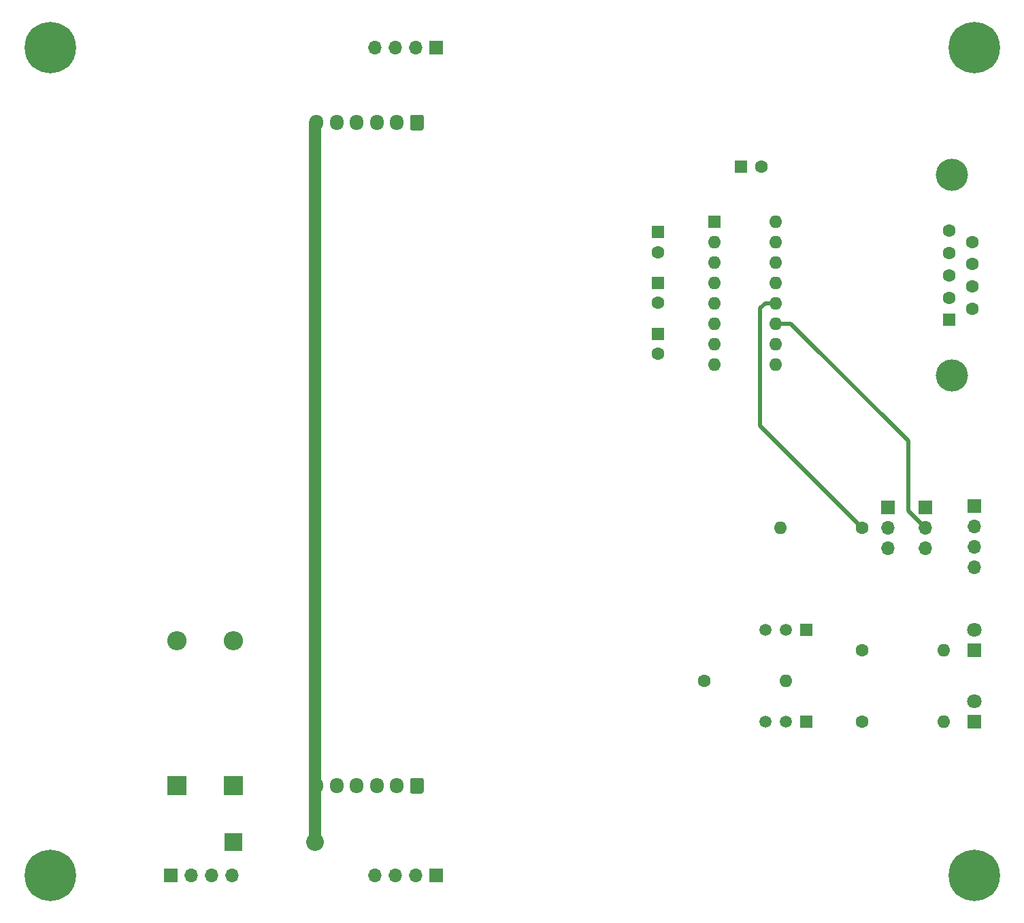
<source format=gbr>
%TF.GenerationSoftware,KiCad,Pcbnew,(5.1.10-1-10_14)*%
%TF.CreationDate,2022-02-21T21:09:16+11:00*%
%TF.ProjectId,FSK,46534b2e-6b69-4636-9164-5f7063625858,rev?*%
%TF.SameCoordinates,Original*%
%TF.FileFunction,Copper,L1,Top*%
%TF.FilePolarity,Positive*%
%FSLAX46Y46*%
G04 Gerber Fmt 4.6, Leading zero omitted, Abs format (unit mm)*
G04 Created by KiCad (PCBNEW (5.1.10-1-10_14)) date 2022-02-21 21:09:16*
%MOMM*%
%LPD*%
G01*
G04 APERTURE LIST*
%TA.AperFunction,ComponentPad*%
%ADD10O,1.700000X1.950000*%
%TD*%
%TA.AperFunction,ComponentPad*%
%ADD11O,1.700000X1.700000*%
%TD*%
%TA.AperFunction,ComponentPad*%
%ADD12R,1.700000X1.700000*%
%TD*%
%TA.AperFunction,ComponentPad*%
%ADD13O,1.600000X1.600000*%
%TD*%
%TA.AperFunction,ComponentPad*%
%ADD14C,1.600000*%
%TD*%
%TA.AperFunction,ComponentPad*%
%ADD15R,1.500000X1.500000*%
%TD*%
%TA.AperFunction,ComponentPad*%
%ADD16C,1.500000*%
%TD*%
%TA.AperFunction,ComponentPad*%
%ADD17C,1.800000*%
%TD*%
%TA.AperFunction,ComponentPad*%
%ADD18R,1.800000X1.800000*%
%TD*%
%TA.AperFunction,ComponentPad*%
%ADD19R,1.600000X1.600000*%
%TD*%
%TA.AperFunction,ComponentPad*%
%ADD20C,4.000000*%
%TD*%
%TA.AperFunction,ComponentPad*%
%ADD21O,2.200000X2.200000*%
%TD*%
%TA.AperFunction,ComponentPad*%
%ADD22R,2.200000X2.200000*%
%TD*%
%TA.AperFunction,ComponentPad*%
%ADD23O,2.400000X2.400000*%
%TD*%
%TA.AperFunction,ComponentPad*%
%ADD24R,2.400000X2.400000*%
%TD*%
%TA.AperFunction,ComponentPad*%
%ADD25C,0.800000*%
%TD*%
%TA.AperFunction,ComponentPad*%
%ADD26C,6.400000*%
%TD*%
%TA.AperFunction,Conductor*%
%ADD27C,0.500000*%
%TD*%
%TA.AperFunction,Conductor*%
%ADD28C,1.500000*%
%TD*%
G04 APERTURE END LIST*
D10*
%TO.P,J11,6*%
%TO.N,Net-(D2-Pad2)*%
X68145000Y-34290000D03*
%TO.P,J11,5*%
%TO.N,rst*%
X70645000Y-34290000D03*
%TO.P,J11,4*%
%TO.N,flag*%
X73145000Y-34290000D03*
%TO.P,J11,3*%
%TO.N,GND*%
X75645000Y-34290000D03*
%TO.P,J11,2*%
%TO.N,data*%
X78145000Y-34290000D03*
%TO.P,J11,1*%
%TO.N,clock*%
%TA.AperFunction,ComponentPad*%
G36*
G01*
X81495000Y-33565000D02*
X81495000Y-35015000D01*
G75*
G02*
X81245000Y-35265000I-250000J0D01*
G01*
X80045000Y-35265000D01*
G75*
G02*
X79795000Y-35015000I0J250000D01*
G01*
X79795000Y-33565000D01*
G75*
G02*
X80045000Y-33315000I250000J0D01*
G01*
X81245000Y-33315000D01*
G75*
G02*
X81495000Y-33565000I0J-250000D01*
G01*
G37*
%TD.AperFunction*%
%TD*%
%TO.P,J10,6*%
%TO.N,Net-(D2-Pad2)*%
X68145000Y-116840000D03*
%TO.P,J10,5*%
%TO.N,I_rst*%
X70645000Y-116840000D03*
%TO.P,J10,4*%
%TO.N,I_flag*%
X73145000Y-116840000D03*
%TO.P,J10,3*%
%TO.N,GND*%
X75645000Y-116840000D03*
%TO.P,J10,2*%
%TO.N,I_data*%
X78145000Y-116840000D03*
%TO.P,J10,1*%
%TO.N,I_clock*%
%TA.AperFunction,ComponentPad*%
G36*
G01*
X81495000Y-116115000D02*
X81495000Y-117565000D01*
G75*
G02*
X81245000Y-117815000I-250000J0D01*
G01*
X80045000Y-117815000D01*
G75*
G02*
X79795000Y-117565000I0J250000D01*
G01*
X79795000Y-116115000D01*
G75*
G02*
X80045000Y-115865000I250000J0D01*
G01*
X81245000Y-115865000D01*
G75*
G02*
X81495000Y-116115000I0J-250000D01*
G01*
G37*
%TD.AperFunction*%
%TD*%
D11*
%TO.P,J3,3*%
%TO.N,/RX_OUT*%
X143870000Y-87280000D03*
%TO.P,J3,2*%
%TO.N,TX*%
X143870000Y-84740000D03*
D12*
%TO.P,J3,1*%
%TO.N,/TX_IN*%
X143870000Y-82200000D03*
%TD*%
D11*
%TO.P,J2,3*%
%TO.N,/RX_OUT*%
X139220000Y-87280000D03*
%TO.P,J2,2*%
%TO.N,RX*%
X139220000Y-84740000D03*
D12*
%TO.P,J2,1*%
%TO.N,/TX_IN*%
X139220000Y-82200000D03*
%TD*%
D13*
%TO.P,R10,2*%
%TO.N,Net-(D1-Pad1)*%
X146205000Y-108870000D03*
D14*
%TO.P,R10,1*%
%TO.N,Net-(Q1-Pad1)*%
X136045000Y-108870000D03*
%TD*%
D13*
%TO.P,R3,2*%
%TO.N,Net-(Q2-Pad2)*%
X125885000Y-84740000D03*
D14*
%TO.P,R3,1*%
%TO.N,RX*%
X136045000Y-84740000D03*
%TD*%
D13*
%TO.P,R2,2*%
%TO.N,Net-(Q1-Pad2)*%
X126520000Y-103790000D03*
D14*
%TO.P,R2,1*%
%TO.N,TX*%
X116360000Y-103790000D03*
%TD*%
D13*
%TO.P,R1,2*%
%TO.N,Net-(D3-Pad1)*%
X146205000Y-99980000D03*
D14*
%TO.P,R1,1*%
%TO.N,Net-(Q2-Pad1)*%
X136045000Y-99980000D03*
%TD*%
D15*
%TO.P,Q2,1*%
%TO.N,Net-(Q2-Pad1)*%
X129060000Y-97440000D03*
D16*
%TO.P,Q2,3*%
%TO.N,GND*%
X123980000Y-97440000D03*
%TO.P,Q2,2*%
%TO.N,Net-(Q2-Pad2)*%
X126520000Y-97440000D03*
%TD*%
D15*
%TO.P,Q1,1*%
%TO.N,Net-(Q1-Pad1)*%
X129060000Y-108870000D03*
D16*
%TO.P,Q1,3*%
%TO.N,GND*%
X123980000Y-108870000D03*
%TO.P,Q1,2*%
%TO.N,Net-(Q1-Pad2)*%
X126520000Y-108870000D03*
%TD*%
D17*
%TO.P,D3,2*%
%TO.N,+5V*%
X150015000Y-97440000D03*
D18*
%TO.P,D3,1*%
%TO.N,Net-(D3-Pad1)*%
X150015000Y-99980000D03*
%TD*%
D17*
%TO.P,D1,2*%
%TO.N,+5V*%
X150015000Y-106330000D03*
D18*
%TO.P,D1,1*%
%TO.N,Net-(D1-Pad1)*%
X150015000Y-108870000D03*
%TD*%
D11*
%TO.P,J5,4*%
%TO.N,/RX_OUT*%
X150015000Y-89620000D03*
%TO.P,J5,3*%
%TO.N,GND*%
X150015000Y-87080000D03*
%TO.P,J5,2*%
X150015000Y-84540000D03*
D12*
%TO.P,J5,1*%
%TO.N,/TX_IN*%
X150015000Y-82000000D03*
%TD*%
D13*
%TO.P,U1,16*%
%TO.N,+5V*%
X125250000Y-46640000D03*
%TO.P,U1,8*%
%TO.N,RTS*%
X117630000Y-64420000D03*
%TO.P,U1,15*%
%TO.N,GND*%
X125250000Y-49180000D03*
%TO.P,U1,7*%
%TO.N,CTS*%
X117630000Y-61880000D03*
%TO.P,U1,14*%
%TO.N,TX_D*%
X125250000Y-51720000D03*
%TO.P,U1,6*%
%TO.N,Net-(C3-Pad1)*%
X117630000Y-59340000D03*
%TO.P,U1,13*%
%TO.N,RX_D*%
X125250000Y-54260000D03*
%TO.P,U1,5*%
%TO.N,Net-(C4-Pad2)*%
X117630000Y-56800000D03*
%TO.P,U1,12*%
%TO.N,RX*%
X125250000Y-56800000D03*
%TO.P,U1,4*%
%TO.N,Net-(C4-Pad1)*%
X117630000Y-54260000D03*
%TO.P,U1,11*%
%TO.N,TX*%
X125250000Y-59340000D03*
%TO.P,U1,3*%
%TO.N,Net-(C1-Pad2)*%
X117630000Y-51720000D03*
%TO.P,U1,10*%
%TO.N,Net-(U1-Pad10)*%
X125250000Y-61880000D03*
%TO.P,U1,2*%
%TO.N,Net-(C2-Pad1)*%
X117630000Y-49180000D03*
%TO.P,U1,9*%
%TO.N,Net-(U1-Pad9)*%
X125250000Y-64420000D03*
D19*
%TO.P,U1,1*%
%TO.N,Net-(C1-Pad1)*%
X117630000Y-46640000D03*
%TD*%
D20*
%TO.P,J1,0*%
%TO.N,N/C*%
X147180000Y-40815000D03*
X147180000Y-65815000D03*
D14*
%TO.P,J1,9*%
%TO.N,Net-(J1-Pad9)*%
X149720000Y-49160000D03*
%TO.P,J1,8*%
%TO.N,CTS*%
X149720000Y-51930000D03*
%TO.P,J1,7*%
%TO.N,RTS*%
X149720000Y-54700000D03*
%TO.P,J1,6*%
%TO.N,Net-(J1-Pad6)*%
X149720000Y-57470000D03*
%TO.P,J1,5*%
%TO.N,GND*%
X146880000Y-47775000D03*
%TO.P,J1,4*%
%TO.N,Net-(J1-Pad4)*%
X146880000Y-50545000D03*
%TO.P,J1,3*%
%TO.N,TX_D*%
X146880000Y-53315000D03*
%TO.P,J1,2*%
%TO.N,RX_D*%
X146880000Y-56085000D03*
D19*
%TO.P,J1,1*%
%TO.N,Net-(J1-Pad1)*%
X146880000Y-58855000D03*
%TD*%
D14*
%TO.P,C4,2*%
%TO.N,Net-(C4-Pad2)*%
X110645000Y-56760000D03*
D19*
%TO.P,C4,1*%
%TO.N,Net-(C4-Pad1)*%
X110645000Y-54260000D03*
%TD*%
D14*
%TO.P,C3,2*%
%TO.N,GND*%
X110645000Y-63110000D03*
D19*
%TO.P,C3,1*%
%TO.N,Net-(C3-Pad1)*%
X110645000Y-60610000D03*
%TD*%
D14*
%TO.P,C2,2*%
%TO.N,+5V*%
X123480000Y-39755000D03*
D19*
%TO.P,C2,1*%
%TO.N,Net-(C2-Pad1)*%
X120980000Y-39755000D03*
%TD*%
D14*
%TO.P,C1,2*%
%TO.N,Net-(C1-Pad2)*%
X110645000Y-50450000D03*
D19*
%TO.P,C1,1*%
%TO.N,Net-(C1-Pad1)*%
X110645000Y-47950000D03*
%TD*%
D21*
%TO.P,D2,2*%
%TO.N,Net-(D2-Pad2)*%
X67945000Y-123825000D03*
D22*
%TO.P,D2,1*%
%TO.N,+5V*%
X57785000Y-123825000D03*
%TD*%
D23*
%TO.P,C8,2*%
%TO.N,GND*%
X50800000Y-98840000D03*
D24*
%TO.P,C8,1*%
%TO.N,+5V*%
X50800000Y-116840000D03*
%TD*%
D23*
%TO.P,C6,2*%
%TO.N,GND*%
X57785000Y-98840000D03*
D24*
%TO.P,C6,1*%
%TO.N,+5V*%
X57785000Y-116840000D03*
%TD*%
D11*
%TO.P,J9,4*%
%TO.N,rst*%
X75380000Y-25000000D03*
%TO.P,J9,3*%
%TO.N,flag*%
X77920000Y-25000000D03*
%TO.P,J9,2*%
%TO.N,data*%
X80460000Y-25000000D03*
D12*
%TO.P,J9,1*%
%TO.N,clock*%
X83000000Y-25000000D03*
%TD*%
D11*
%TO.P,J7,4*%
%TO.N,I_rst*%
X75380000Y-128000000D03*
%TO.P,J7,3*%
%TO.N,I_flag*%
X77920000Y-128000000D03*
%TO.P,J7,2*%
%TO.N,I_data*%
X80460000Y-128000000D03*
D12*
%TO.P,J7,1*%
%TO.N,I_clock*%
X83000000Y-128000000D03*
%TD*%
D11*
%TO.P,J6,4*%
%TO.N,+5V*%
X57620000Y-128000000D03*
%TO.P,J6,3*%
X55080000Y-128000000D03*
%TO.P,J6,2*%
%TO.N,GND*%
X52540000Y-128000000D03*
D12*
%TO.P,J6,1*%
X50000000Y-128000000D03*
%TD*%
D25*
%TO.P,H4,1*%
%TO.N,GND*%
X151697056Y-23302944D03*
X150000000Y-22600000D03*
X148302944Y-23302944D03*
X147600000Y-25000000D03*
X148302944Y-26697056D03*
X150000000Y-27400000D03*
X151697056Y-26697056D03*
X152400000Y-25000000D03*
D26*
X150000000Y-25000000D03*
%TD*%
D25*
%TO.P,H3,1*%
%TO.N,GND*%
X36697056Y-126302944D03*
X35000000Y-125600000D03*
X33302944Y-126302944D03*
X32600000Y-128000000D03*
X33302944Y-129697056D03*
X35000000Y-130400000D03*
X36697056Y-129697056D03*
X37400000Y-128000000D03*
D26*
X35000000Y-128000000D03*
%TD*%
D25*
%TO.P,H2,1*%
%TO.N,GND*%
X36697056Y-23302944D03*
X35000000Y-22600000D03*
X33302944Y-23302944D03*
X32600000Y-25000000D03*
X33302944Y-26697056D03*
X35000000Y-27400000D03*
X36697056Y-26697056D03*
X37400000Y-25000000D03*
D26*
X35000000Y-25000000D03*
%TD*%
D25*
%TO.P,H1,1*%
%TO.N,GND*%
X151697056Y-126302944D03*
X150000000Y-125600000D03*
X148302944Y-126302944D03*
X147600000Y-128000000D03*
X148302944Y-129697056D03*
X150000000Y-130400000D03*
X151697056Y-129697056D03*
X152400000Y-128000000D03*
D26*
X150000000Y-128000000D03*
%TD*%
D27*
%TO.N,RX*%
X123980000Y-56800000D02*
X123345000Y-57435000D01*
X123345000Y-72040000D02*
X136045000Y-84740000D01*
X123345000Y-57435000D02*
X123345000Y-72040000D01*
X125250000Y-56800000D02*
X123980000Y-56800000D01*
%TO.N,TX*%
X127155000Y-59340000D02*
X125250000Y-59340000D01*
X143870000Y-84740000D02*
X141760000Y-82630000D01*
X141760000Y-73945000D02*
X127155000Y-59340000D01*
X141760000Y-82630000D02*
X141760000Y-73945000D01*
D28*
%TO.N,Net-(D2-Pad2)*%
X67945000Y-36885000D02*
X67945000Y-123825000D01*
X67945000Y-34290000D02*
X67945000Y-36885000D01*
D27*
%TO.N,/TX_IN*%
X150015000Y-82000000D02*
X149815000Y-82000000D01*
%TD*%
M02*

</source>
